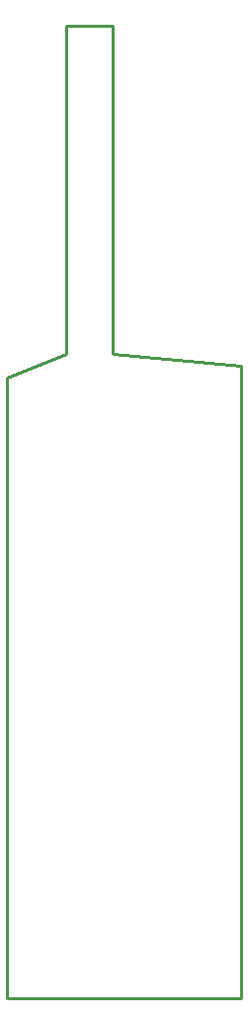
<source format=gm1>
%FSLAX24Y24*%
%MOIN*%
G70*
G01*
G75*
G04 Layer_Color=16711935*
%ADD10C,0.0197*%
%ADD11C,0.0276*%
%ADD12R,0.0250X0.0200*%
%ADD13R,0.0827X0.0689*%
%ADD14R,0.1142X0.0689*%
%ADD15R,0.1142X0.0886*%
%ADD16R,0.0433X0.0236*%
%ADD17R,0.0300X0.0300*%
%ADD18R,0.0300X0.0300*%
%ADD19R,0.0236X0.0433*%
%ADD20R,0.0335X0.1693*%
%ADD21R,0.0200X0.0250*%
%ADD22C,0.0472*%
%ADD23R,0.1102X0.1102*%
%ADD24O,0.0256X0.0138*%
%ADD25O,0.0138X0.0256*%
%ADD26R,0.0591X0.0512*%
%ADD27R,0.0320X0.0300*%
%ADD28R,0.1024X0.1024*%
%ADD29O,0.0098X0.0276*%
%ADD30O,0.0276X0.0098*%
%ADD31R,0.0433X0.0472*%
%ADD32R,0.0354X0.0110*%
%ADD33R,0.0110X0.0354*%
%ADD34R,0.0110X0.0354*%
%ADD35R,0.0512X0.0591*%
%ADD36C,0.0250*%
%ADD37C,0.0150*%
%ADD38C,0.0100*%
%ADD39C,0.0300*%
%ADD40C,0.0400*%
%ADD41C,0.0200*%
%ADD42C,0.0080*%
%ADD43C,0.0350*%
%ADD44C,0.0120*%
%ADD45C,0.0059*%
%ADD46C,0.0500*%
%ADD47C,0.0060*%
%ADD48R,0.0579X0.0630*%
%ADD49R,0.0190X0.0515*%
%ADD50R,0.1180X0.0320*%
%ADD51R,0.0595X0.1290*%
%ADD52R,0.0400X0.0900*%
%ADD53R,0.1029X0.0407*%
%ADD54R,0.0550X0.1050*%
%ADD55R,0.0879X0.3300*%
%ADD56R,0.0570X0.1500*%
%ADD57C,0.0787*%
%ADD58C,0.0866*%
%ADD59R,0.0591X0.0591*%
%ADD60C,0.0591*%
%ADD61R,0.0591X0.0591*%
%ADD62C,0.0320*%
%ADD63C,0.0260*%
%ADD64R,0.1400X0.1000*%
%ADD65C,0.0098*%
%ADD66C,0.0039*%
%ADD67C,0.0079*%
%ADD68C,0.0050*%
%ADD69C,0.0043*%
%ADD70C,0.0394*%
%ADD71R,0.0330X0.0280*%
%ADD72R,0.0907X0.0769*%
%ADD73R,0.1222X0.0769*%
%ADD74R,0.1222X0.0966*%
%ADD75R,0.0513X0.0316*%
%ADD76R,0.0380X0.0380*%
%ADD77R,0.0380X0.0380*%
%ADD78R,0.0316X0.0513*%
%ADD79R,0.0415X0.1773*%
%ADD80R,0.0280X0.0330*%
%ADD81C,0.0552*%
%ADD82R,0.1182X0.1182*%
%ADD83O,0.0336X0.0218*%
%ADD84O,0.0218X0.0336*%
%ADD85R,0.0671X0.0592*%
%ADD86R,0.0400X0.0380*%
%ADD87R,0.1104X0.1104*%
%ADD88O,0.0178X0.0356*%
%ADD89O,0.0356X0.0178*%
%ADD90R,0.0513X0.0552*%
%ADD91R,0.0434X0.0190*%
%ADD92R,0.0190X0.0434*%
%ADD93R,0.0190X0.0434*%
%ADD94R,0.0592X0.0671*%
%ADD95C,0.0867*%
%ADD96C,0.0946*%
%ADD97R,0.0671X0.0671*%
%ADD98C,0.0671*%
%ADD99R,0.0671X0.0671*%
%ADD100C,0.0400*%
%ADD101C,0.0340*%
%ADD102C,0.0010*%
D38*
X3550Y21650D02*
X7874Y21255D01*
X3550Y21650D02*
Y32700D01*
X7874Y0D02*
Y21255D01*
X0Y20866D02*
X1969Y21654D01*
Y32700D01*
X3550D01*
X0Y0D02*
Y20866D01*
Y0D02*
X7874D01*
M02*

</source>
